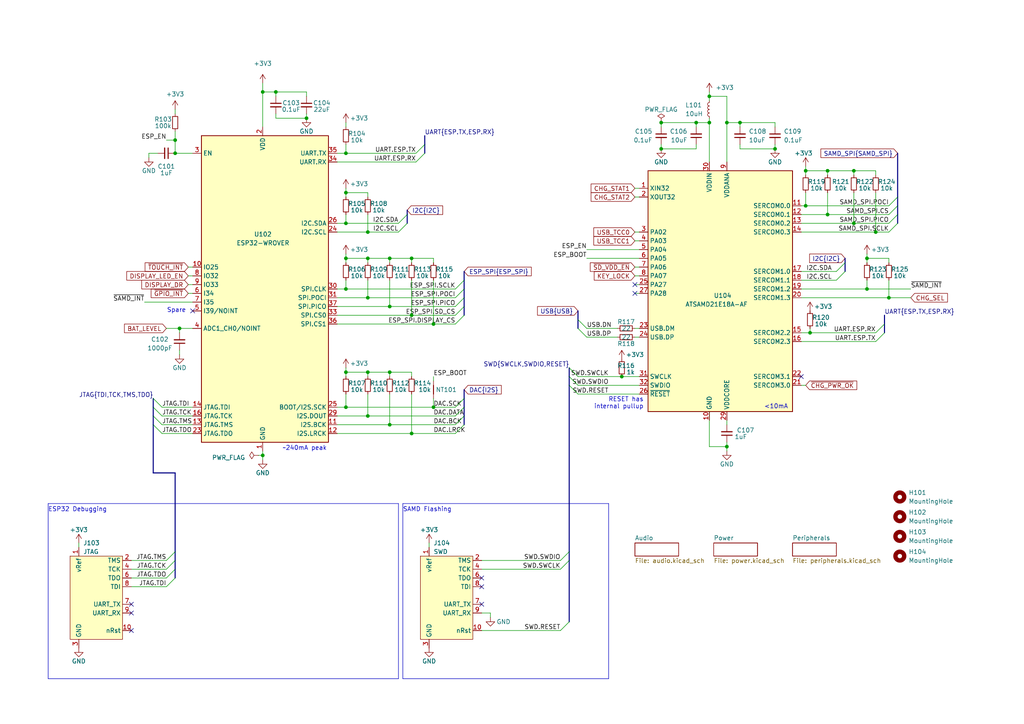
<source format=kicad_sch>
(kicad_sch (version 20230121) (generator eeschema)
  (paper "A4")
  (title_block (date "2022-09-04") (rev "1"))
  (lib_symbols
    (symbol "Device:C_Small" (pin_numbers hide) (pin_names (offset 0.254) hide)
      (property "Reference" "C" (at 0.254 1.778 0))
      (property "Value" "C_Small" (at 0.254 -2.032 0))
      (symbol "C_Small_0_1"
        (polyline (pts (xy -1.524 -0.508) (xy 1.524 -0.508)) (stroke (width 0.3302)))
        (polyline (pts (xy -1.524 0.508) (xy 1.524 0.508)) (stroke (width 0.3048)))
      )
      (symbol "C_Small_1_1"
        (pin passive line (at 0 2.54 270) (length 2.032) (name "~") (number "1"))
        (pin passive line (at 0 -2.54 90) (length 2.032) (name "~") (number "2"))
      )
    )
    (symbol "Device:L_Small" (pin_numbers hide) (pin_names (offset 0.254) hide)
      (property "Reference" "L" (at 0.762 1.016 0))
      (property "Value" "L_Small" (at 0.762 -1.016 0))
      (symbol "L_Small_0_1"
        (arc (start 0 -2.032) (mid 0.5058 -1.524) (end 0 -1.016))
        (arc (start 0 -1.016) (mid 0.5058 -0.508) (end 0 0))
        (arc (start 0 0) (mid 0.5058 0.508) (end 0 1.016))
        (arc (start 0 1.016) (mid 0.5058 1.524) (end 0 2.032))
      )
      (symbol "L_Small_1_1"
        (pin passive line (at 0 2.54 270) (length 0.508) (name "~") (number "1"))
        (pin passive line (at 0 -2.54 90) (length 0.508) (name "~") (number "2"))
      )
    )
    (symbol "Device:NetTie_2" (pin_numbers hide) (pin_names (offset 0) hide)
      (property "Reference" "NT" (at 0 1.27 0))
      (property "Value" "NetTie_2" (at 0 -1.27 0))
      (symbol "NetTie_2_0_1"
        (polyline (pts (xy -1.27 0) (xy 1.27 0)) (stroke (width 0.254)))
      )
      (symbol "NetTie_2_1_1"
        (pin passive line (at -2.54 0 0) (length 2.54) (name "1") (number "1"))
        (pin passive line (at 2.54 0 180) (length 2.54) (name "2") (number "2"))
      )
    )
    (symbol "Device:R_Small" (pin_numbers hide) (pin_names (offset 0.254) hide)
      (property "Reference" "R" (at 0.762 0.508 0))
      (property "Value" "R_Small" (at 0.762 -1.016 0))
      (symbol "R_Small_0_1"
        (rectangle (start -0.762 1.778) (end 0.762 -1.778) (stroke (width 0.2032)))
      )
      (symbol "R_Small_1_1"
        (pin passive line (at 0 2.54 270) (length 0.762) (name "~") (number "1"))
        (pin passive line (at 0 -2.54 90) (length 0.762) (name "~") (number "2"))
      )
    )
    (symbol "Mechanical:MountingHole" (pin_names (offset 1.016))
      (property "Reference" "H" (at 0 5.08 0))
      (property "Value" "MountingHole" (at 0 3.175 0))
      (symbol "MountingHole_0_1"
        (circle (center 0 0) (radius 1.27) (stroke (width 1.27)))
      )
    )
    (symbol "power:+3V3" (power) (pin_names (offset 0))
      (property "Value" "+3V3" (at 0 3.556 0))
      (symbol "+3V3_0_1"
        (polyline (pts (xy -0.762 1.27) (xy 0 2.54)))
        (polyline (pts (xy 0 0) (xy 0 2.54)))
        (polyline (pts (xy 0 2.54) (xy 0.762 1.27)))
      )
      (symbol "+3V3_1_1"
        (pin power_in line (at 0 0 90) (length 0) hide (name "+3V3") (number "1"))
      )
    )
    (symbol "power:GND" (power) (pin_names (offset 0))
      (property "Value" "GND" (at 0 -3.81 0))
      (symbol "GND_0_1"
        (polyline (pts (xy 0 0) (xy 0 -1.27) (xy 1.27 -1.27) (xy 0 -2.54) (xy -1.27 -1.27) (xy 0 -1.27)))
      )
      (symbol "GND_1_1"
        (pin power_in line (at 0 0 270) (length 0) hide (name "GND") (number "1"))
      )
    )
    (symbol "power:PWR_FLAG" (power) (pin_numbers hide) (pin_names (offset 0) hide)
      (property "Value" "PWR_FLAG" (at 0 3.81 0))
      (symbol "PWR_FLAG_0_0"
        (pin power_out line (at 0 0 90) (length 0) (name "pwr") (number "1"))
      )
      (symbol "PWR_FLAG_0_1"
        (polyline (pts (xy 0 0) (xy 0 1.27) (xy -1.016 1.905) (xy 0 2.54) (xy 1.016 1.905) (xy 0 1.27)))
      )
    )
    (symbol "symbols:ATSAMD21E15A-A"
      (property "Reference" "U" (at 0 15.24 0))
      (property "Value" "ATSAMD21E15A-A" (at 0 10.16 0))
      (symbol "ATSAMD21E15A-A_1_1"
        (rectangle (start -20.32 45.72) (end 21.59 -24.13) (stroke (width 0.254)) (fill (type background)))
        (pin bidirectional line (at -22.86 40.64 0) (length 2.54) (name "XIN32") (number "1"))
        (pin power_in line (at -2.54 -26.67 90) (length 2.54) (name "GND") (number "10"))
        (pin bidirectional line (at 24.13 35.56 180) (length 2.54) (name "SERCOM0.0") (number "11"))
        (pin bidirectional line (at 24.13 33.02 180) (length 2.54) (name "SERCOM0.1") (number "12"))
        (pin bidirectional line (at 24.13 30.48 180) (length 2.54) (name "SERCOM0.2") (number "13"))
        (pin bidirectional line (at 24.13 27.94 180) (length 2.54) (name "SERCOM0.3") (number "14"))
        (pin bidirectional line (at 24.13 -1.27 180) (length 2.54) (name "SERCOM2.2") (number "15"))
        (pin bidirectional line (at 24.13 -3.81 180) (length 2.54) (name "SERCOM2.3") (number "16"))
        (pin bidirectional line (at 24.13 16.51 180) (length 2.54) (name "SERCOM1.0") (number "17"))
        (pin bidirectional line (at 24.13 13.97 180) (length 2.54) (name "SERCOM1.1") (number "18"))
        (pin bidirectional line (at 24.13 11.43 180) (length 2.54) (name "SERCOM1.2") (number "19"))
        (pin bidirectional line (at -22.86 38.1 0) (length 2.54) (name "XOUT32") (number "2"))
        (pin bidirectional line (at 24.13 8.89 180) (length 2.54) (name "SERCOM1.3") (number "20"))
        (pin bidirectional line (at 24.13 -16.51 180) (length 2.54) (name "SERCOM3.0") (number "21"))
        (pin bidirectional line (at 24.13 -13.97 180) (length 2.54) (name "SERCOM3.1") (number "22"))
        (pin bidirectional line (at -22.86 0 0) (length 2.54) (name "USB.DM") (number "23"))
        (pin bidirectional line (at -22.86 -2.54 0) (length 2.54) (name "USB.DP") (number "24"))
        (pin bidirectional line (at -22.86 12.7 0) (length 2.54) (name "PA27") (number "25"))
        (pin input line (at -22.86 -19.05 0) (length 2.54) (name "~{RESET}") (number "26"))
        (pin bidirectional line (at -22.86 10.16 0) (length 2.54) (name "PA28") (number "27"))
        (pin power_in line (at -2.54 -26.67 90) (length 2.54) hide (name "GND") (number "28"))
        (pin power_out line (at 2.54 -26.67 90) (length 2.54) (name "VDDCORE") (number "29"))
        (pin bidirectional line (at -22.86 27.94 0) (length 2.54) (name "PA02") (number "3"))
        (pin power_in line (at -2.54 48.26 270) (length 2.54) (name "VDDIN") (number "30"))
        (pin bidirectional line (at -22.86 -13.97 0) (length 2.54) (name "SWCLK") (number "31"))
        (pin bidirectional line (at -22.86 -16.51 0) (length 2.54) (name "SWDIO") (number "32"))
        (pin bidirectional line (at -22.86 25.4 0) (length 2.54) (name "PA03") (number "4"))
        (pin bidirectional line (at -22.86 22.86 0) (length 2.54) (name "PA04") (number "5"))
        (pin bidirectional line (at -22.86 20.32 0) (length 2.54) (name "PA05") (number "6"))
        (pin bidirectional line (at -22.86 17.78 0) (length 2.54) (name "PA06") (number "7"))
        (pin bidirectional line (at -22.86 15.24 0) (length 2.54) (name "PA07") (number "8"))
        (pin power_in line (at 2.54 48.26 270) (length 2.54) (name "VDDANA") (number "9"))
      )
    )
    (symbol "symbols:BMDU"
      (property "Reference" "U" (at -5.08 6.35 0))
      (property "Value" "BMDU" (at -5.08 6.35 0))
      (symbol "BMDU_0_0"
        (pin power_in line (at -5.08 20.32 270) (length 2.54) (name "vRef") (number "1"))
        (pin output line (at 10.16 -3.81 180) (length 2.54) (name "nRst") (number "10"))
        (pin output line (at 10.16 16.51 180) (length 2.54) (name "TMS") (number "2"))
        (pin power_in line (at -5.08 -8.89 90) (length 2.54) (name "GND") (number "3"))
        (pin output line (at 10.16 13.97 180) (length 2.54) (name "TCK") (number "4"))
        (pin power_in line (at -5.08 -8.89 90) (length 2.54) hide (name "GND") (number "5"))
        (pin output line (at 10.16 11.43 180) (length 2.54) (name "TDO") (number "6"))
        (pin output line (at 10.16 3.81 180) (length 2.54) (name "UART_TX") (number "7"))
        (pin input line (at 10.16 8.89 180) (length 2.54) (name "TDI") (number "8"))
        (pin input line (at 10.16 1.27 180) (length 2.54) (name "UART_RX") (number "9"))
      )
      (symbol "BMDU_0_1"
        (rectangle (start -7.62 17.78) (end 7.62 -6.35) (fill (type background)))
      )
    )
    (symbol "symbols:ESP32-WROOM"
      (property "Reference" "U" (at -17.78 34.29 0))
      (property "Value" "ESP32-WROOM" (at -3.81 34.29 0))
      (symbol "ESP32-WROOM_0_1"
        (rectangle (start -17.78 33.02) (end 19.05 -55.88) (stroke (width 0.254)) (fill (type background)))
      )
      (symbol "ESP32-WROOM_1_1"
        (pin power_in line (at 0 -58.42 90) (length 2.54) (name "GND") (number "1"))
        (pin bidirectional line (at -20.32 -5.08 0) (length 2.54) (name "IO25") (number "10"))
        (pin bidirectional line (at 21.59 -50.8 180) (length 2.54) (name "I2S.BCK") (number "11"))
        (pin bidirectional line (at 21.59 -53.34 180) (length 2.54) (name "I2S.LRCK") (number "12"))
        (pin bidirectional line (at -20.32 -50.8 0) (length 2.54) (name "JTAG.TMS") (number "13"))
        (pin bidirectional line (at -20.32 -45.72 0) (length 2.54) (name "JTAG.TDI") (number "14"))
        (pin power_in line (at 0 -58.42 90) (length 2.54) hide (name "GND") (number "15"))
        (pin bidirectional line (at -20.32 -48.26 0) (length 2.54) (name "JTAG.TCK") (number "16"))
        (pin no_connect line (at -17.78 16.51 0) (length 2.54) hide (name "SHD/SD2") (number "17"))
        (pin no_connect line (at -17.78 13.97 0) (length 2.54) hide (name "SWP/SD3") (number "18"))
        (pin no_connect line (at -17.78 8.89 0) (length 2.54) hide (name "SCS/CMD") (number "19"))
        (pin power_in line (at 0 35.56 270) (length 2.54) (name "VDD") (number "2"))
        (pin no_connect line (at -17.78 11.43 0) (length 2.54) hide (name "SCK/CLK") (number "20"))
        (pin no_connect line (at -17.78 21.59 0) (length 2.54) hide (name "SDO/SD0") (number "21"))
        (pin no_connect line (at -17.78 19.05 0) (length 2.54) hide (name "SDI/SD1") (number "22"))
        (pin bidirectional line (at -20.32 -53.34 0) (length 2.54) (name "JTAG.TDO") (number "23"))
        (pin bidirectional line (at 21.59 5.08 180) (length 2.54) (name "I2C.SCL") (number "24"))
        (pin bidirectional line (at 21.59 -45.72 180) (length 2.54) (name "BOOT/I2S.SCK") (number "25"))
        (pin bidirectional line (at 21.59 7.62 180) (length 2.54) (name "I2C.SDA") (number "26"))
        (pin no_connect line (at -17.78 6.35 0) (length 2.54) hide (name "IO16") (number "27"))
        (pin no_connect line (at -17.78 3.81 0) (length 2.54) hide (name "IO17") (number "28"))
        (pin bidirectional line (at 21.59 -48.26 180) (length 2.54) (name "I2S.DOUT") (number "29"))
        (pin input line (at -20.32 27.94 0) (length 2.54) (name "EN") (number "3"))
        (pin bidirectional line (at 21.59 -11.43 180) (length 2.54) (name "SPI.CLK") (number "30"))
        (pin bidirectional line (at 21.59 -13.97 180) (length 2.54) (name "SPI.POCI") (number "31"))
        (pin no_connect line (at -17.78 1.27 0) (length 2.54) hide (name "NC") (number "32"))
        (pin bidirectional line (at 21.59 -19.05 180) (length 2.54) (name "SPI.CS0") (number "33"))
        (pin bidirectional line (at 21.59 25.4 180) (length 2.54) (name "UART.RX") (number "34"))
        (pin bidirectional line (at 21.59 27.94 180) (length 2.54) (name "UART.TX") (number "35"))
        (pin bidirectional line (at 21.59 -21.59 180) (length 2.54) (name "SPI.CS1") (number "36"))
        (pin bidirectional line (at 21.59 -16.51 180) (length 2.54) (name "SPI.PICO") (number "37"))
        (pin power_in line (at 0 -58.42 90) (length 2.54) hide (name "GND") (number "38"))
        (pin power_in line (at 0 -58.42 90) (length 2.54) hide (name "GND") (number "39"))
        (pin input line (at -20.32 -22.86 0) (length 2.54) (name "ADC1_CH0/NOINT") (number "4"))
        (pin input line (at -20.32 -17.78 0) (length 2.54) (name "I39/NOINT") (number "5"))
        (pin input line (at -20.32 -12.7 0) (length 2.54) (name "I34") (number "6"))
        (pin input line (at -20.32 -15.24 0) (length 2.54) (name "I35") (number "7"))
        (pin bidirectional line (at -20.32 -7.62 0) (length 2.54) (name "IO32") (number "8"))
        (pin bidirectional line (at -20.32 -10.16 0) (length 2.54) (name "IO33") (number "9"))
      )
    )
  )
  (bus_alias "ESP_SPI" (members "SCLK" "POCI" "PICO" "SD_CS" "DISPLAY_CS"))
  (bus_alias "SAMD_SPI" (members "SCLK" "POCI" "PICO" "CS"))
  (bus_alias "USB" (members "DN" "DP"))
  (bus_alias "I2S" (members "SCK" "BCK" "LRCK" "DATA"))
  (bus_alias "I2C" (members "SDA" "SCL"))
  (junction (at 125.73 118.11))
  (junction (at 247.65 64.77))
  (junction (at 113.03 123.19))
  (junction (at 88.9 34.29))
  (junction (at 100.33 107.95))
  (junction (at 119.38 91.44))
  (junction (at 251.46 83.82))
  (junction (at 233.68 59.69))
  (junction (at 247.65 49.53))
  (junction (at 254 67.31))
  (junction (at 191.77 35.56))
  (junction (at 100.33 44.45))
  (junction (at 100.33 55.88))
  (junction (at 205.74 27.94))
  (junction (at 106.68 107.95))
  (junction (at 233.68 49.53))
  (junction (at 119.38 74.93))
  (junction (at 113.03 88.9))
  (junction (at 125.73 93.98))
  (junction (at 113.03 107.95))
  (junction (at 210.82 35.56))
  (junction (at 113.03 74.93))
  (junction (at 100.33 64.77))
  (junction (at 224.79 43.18))
  (junction (at 100.33 74.93))
  (junction (at 106.68 67.31))
  (junction (at 52.07 95.25))
  (junction (at 180.34 109.22))
  (junction (at 240.03 62.23))
  (junction (at 201.93 35.56))
  (junction (at 80.01 26.67))
  (junction (at 100.33 83.82))
  (junction (at 50.8 40.64))
  (junction (at 50.8 44.45))
  (junction (at 214.63 35.56))
  (junction (at 106.68 74.93))
  (junction (at 205.74 35.56))
  (junction (at 251.46 74.93))
  (junction (at 106.68 86.36))
  (junction (at 240.03 49.53))
  (junction (at 191.77 43.18))
  (junction (at 234.95 96.52))
  (junction (at 76.2 26.67))
  (junction (at 257.81 86.36))
  (junction (at 100.33 118.11))
  (junction (at 106.68 120.65))
  (junction (at 119.38 125.73))
  (junction (at 76.2 132.08))
  (junction (at 210.82 129.54))
  (no_connect (at 184.15 82.55))
  (no_connect (at 184.15 85.09))
  (no_connect (at 55.88 90.17))
  (no_connect (at 139.7 170.18))
  (no_connect (at 38.1 182.88))
  (no_connect (at 139.7 167.64))
  (no_connect (at 232.41 109.22))
  (no_connect (at 139.7 175.26))
  (no_connect (at 38.1 175.26))
  (no_connect (at 38.1 177.8))
  (bus_entry (at 134.62 115.57) (size -2.54 2.54))
  (bus_entry (at 165.1 106.68) (size 2.54 2.54))
  (bus_entry (at 165.1 109.22) (size 2.54 2.54))
  (bus_entry (at 165.1 111.76) (size 2.54 2.54))
  (bus_entry (at 44.45 123.19) (size 2.54 2.54))
  (bus_entry (at 44.45 115.57) (size 2.54 2.54))
  (bus_entry (at 44.45 118.11) (size 2.54 2.54))
  (bus_entry (at 44.45 120.65) (size 2.54 2.54))
  (bus_entry (at 257.81 64.77) (size 2.54 -2.54))
  (bus_entry (at 257.81 62.23) (size 2.54 -2.54))
  (bus_entry (at 257.81 59.69) (size 2.54 -2.54))
  (bus_entry (at 162.56 162.56) (size 2.54 -2.54))
  (bus_entry (at 132.08 86.36) (size 2.54 -2.54))
  (bus_entry (at 132.08 83.82) (size 2.54 -2.54))
  (bus_entry (at 132.08 88.9) (size 2.54 -2.54))
  (bus_entry (at 132.08 93.98) (size 2.54 -2.54))
  (bus_entry (at 132.08 91.44) (size 2.54 -2.54))
  (bus_entry (at 120.65 46.99) (size 2.54 -2.54))
  (bus_entry (at 120.65 44.45) (size 2.54 -2.54))
  (bus_entry (at 48.26 165.1) (size 2.54 -2.54))
  (bus_entry (at 48.26 167.64) (size 2.54 -2.54))
  (bus_entry (at 48.26 162.56) (size 2.54 -2.54))
  (bus_entry (at 48.26 170.18) (size 2.54 -2.54))
  (bus_entry (at 162.56 182.88) (size 2.54 -2.54))
  (bus_entry (at 242.57 78.74) (size 2.54 -2.54))
  (bus_entry (at 257.81 67.31) (size 2.54 -2.54))
  (bus_entry (at 132.08 120.65) (size 2.54 -2.54))
  (bus_entry (at 132.08 125.73) (size 2.54 -2.54))
  (bus_entry (at 132.08 123.19) (size 2.54 -2.54))
  (bus_entry (at 242.57 81.28) (size 2.54 -2.54))
  (bus_entry (at 115.57 64.77) (size 2.54 -2.54))
  (bus_entry (at 115.57 67.31) (size 2.54 -2.54))
  (bus_entry (at 254 96.52) (size 2.54 -2.54))
  (bus_entry (at 254 99.06) (size 2.54 -2.54))
  (bus_entry (at 162.56 165.1) (size 2.54 -2.54))
  (bus_entry (at 167.64 95.25) (size 2.54 2.54))
  (bus_entry (at 167.64 92.71) (size 2.54 2.54))
  (bus (pts (xy 44.45 115.57) (xy 44.45 118.11)))
  (wire (pts (xy 257.81 81.28) (xy 257.81 86.36)))
  (wire (pts (xy 205.74 119.38) (xy 205.74 129.54)))
  (wire (pts (xy 97.79 120.65) (xy 106.68 120.65)))
  (wire (pts (xy 205.74 129.54) (xy 210.82 129.54)))
  (wire (pts (xy 232.41 81.28) (xy 242.57 81.28)))
  (bus (pts (xy 260.35 62.23) (xy 260.35 64.77)))
  (wire (pts (xy 106.68 81.28) (xy 106.68 86.36)))
  (wire (pts (xy 97.79 125.73) (xy 119.38 125.73)))
  (wire (pts (xy 251.46 74.93) (xy 257.81 74.93)))
  (wire (pts (xy 257.81 62.23) (xy 240.03 62.23)))
  (wire (pts (xy 214.63 43.18) (xy 214.63 41.91)))
  (wire (pts (xy 125.73 109.22) (xy 125.73 110.49)))
  (wire (pts (xy 100.33 106.68) (xy 100.33 107.95)))
  (wire (pts (xy 97.79 123.19) (xy 113.03 123.19)))
  (wire (pts (xy 125.73 93.98) (xy 132.08 93.98)))
  (bus (pts (xy 134.62 115.57) (xy 134.62 118.11)))
  (wire (pts (xy 106.68 86.36) (xy 132.08 86.36)))
  (wire (pts (xy 184.15 85.09) (xy 185.42 85.09)))
  (wire (pts (xy 100.33 107.95) (xy 106.68 107.95)))
  (wire (pts (xy 48.26 95.25) (xy 52.07 95.25)))
  (wire (pts (xy 247.65 49.53) (xy 254 49.53)))
  (wire (pts (xy 125.73 74.93) (xy 125.73 76.2)))
  (wire (pts (xy 180.34 109.22) (xy 185.42 109.22)))
  (wire (pts (xy 106.68 74.93) (xy 113.03 74.93)))
  (wire (pts (xy 54.61 82.55) (xy 55.88 82.55)))
  (polyline (pts (xy 176.53 146.05) (xy 176.53 196.85)))
  (bus (pts (xy 50.8 160.02) (xy 50.8 162.56)))
  (wire (pts (xy 234.95 95.25) (xy 234.95 96.52)))
  (wire (pts (xy 224.79 35.56) (xy 224.79 36.83)))
  (wire (pts (xy 139.7 165.1) (xy 162.56 165.1)))
  (wire (pts (xy 100.33 83.82) (xy 132.08 83.82)))
  (wire (pts (xy 74.93 132.08) (xy 76.2 132.08)))
  (wire (pts (xy 167.64 109.22) (xy 180.34 109.22)))
  (wire (pts (xy 76.2 26.67) (xy 80.01 26.67)))
  (wire (pts (xy 52.07 96.52) (xy 52.07 95.25)))
  (bus (pts (xy 167.64 90.17) (xy 167.64 92.71)))
  (wire (pts (xy 50.8 33.02) (xy 50.8 31.75)))
  (wire (pts (xy 124.46 157.48) (xy 124.46 158.75)))
  (bus (pts (xy 134.62 118.11) (xy 134.62 120.65)))
  (bus (pts (xy 165.1 106.68) (xy 165.1 109.22)))
  (bus (pts (xy 123.19 41.91) (xy 123.19 44.45)))
  (wire (pts (xy 232.41 86.36) (xy 257.81 86.36)))
  (wire (pts (xy 201.93 35.56) (xy 191.77 35.56)))
  (wire (pts (xy 184.15 67.31) (xy 185.42 67.31)))
  (wire (pts (xy 97.79 83.82) (xy 100.33 83.82)))
  (wire (pts (xy 43.18 44.45) (xy 43.18 45.72)))
  (wire (pts (xy 184.15 57.15) (xy 185.42 57.15)))
  (wire (pts (xy 125.73 115.57) (xy 125.73 118.11)))
  (wire (pts (xy 113.03 123.19) (xy 132.08 123.19)))
  (wire (pts (xy 251.46 74.93) (xy 251.46 76.2)))
  (polyline (pts (xy 116.84 146.05) (xy 176.53 146.05)))
  (wire (pts (xy 48.26 40.64) (xy 50.8 40.64)))
  (wire (pts (xy 113.03 107.95) (xy 113.03 109.22)))
  (wire (pts (xy 76.2 26.67) (xy 76.2 36.83)))
  (wire (pts (xy 119.38 81.28) (xy 119.38 91.44)))
  (wire (pts (xy 184.15 54.61) (xy 185.42 54.61)))
  (wire (pts (xy 142.24 179.07) (xy 142.24 177.8)))
  (wire (pts (xy 100.33 114.3) (xy 100.33 118.11)))
  (wire (pts (xy 247.65 55.88) (xy 247.65 64.77)))
  (wire (pts (xy 240.03 50.8) (xy 240.03 49.53)))
  (wire (pts (xy 184.15 77.47) (xy 185.42 77.47)))
  (wire (pts (xy 184.15 97.79) (xy 185.42 97.79)))
  (wire (pts (xy 184.15 80.01) (xy 185.42 80.01)))
  (wire (pts (xy 210.82 35.56) (xy 210.82 46.99)))
  (wire (pts (xy 257.81 86.36) (xy 264.16 86.36)))
  (wire (pts (xy 100.33 107.95) (xy 100.33 109.22)))
  (wire (pts (xy 46.99 120.65) (xy 55.88 120.65)))
  (wire (pts (xy 232.41 83.82) (xy 251.46 83.82)))
  (bus (pts (xy 245.11 76.2) (xy 245.11 78.74)))
  (wire (pts (xy 233.68 55.88) (xy 233.68 59.69)))
  (wire (pts (xy 232.41 78.74) (xy 242.57 78.74)))
  (wire (pts (xy 257.81 59.69) (xy 233.68 59.69)))
  (wire (pts (xy 113.03 114.3) (xy 113.03 123.19)))
  (wire (pts (xy 22.86 157.48) (xy 22.86 158.75)))
  (wire (pts (xy 80.01 26.67) (xy 88.9 26.67)))
  (wire (pts (xy 139.7 182.88) (xy 162.56 182.88)))
  (wire (pts (xy 76.2 24.13) (xy 76.2 26.67)))
  (wire (pts (xy 106.68 107.95) (xy 113.03 107.95)))
  (bus (pts (xy 165.1 109.22) (xy 165.1 111.76)))
  (bus (pts (xy 165.1 162.56) (xy 165.1 180.34)))
  (wire (pts (xy 46.99 118.11) (xy 55.88 118.11)))
  (wire (pts (xy 113.03 74.93) (xy 119.38 74.93)))
  (polyline (pts (xy 13.97 196.85) (xy 13.97 146.05)))
  (wire (pts (xy 170.18 97.79) (xy 179.07 97.79)))
  (wire (pts (xy 46.99 123.19) (xy 55.88 123.19)))
  (wire (pts (xy 201.93 35.56) (xy 201.93 36.83)))
  (wire (pts (xy 80.01 33.02) (xy 80.01 34.29)))
  (wire (pts (xy 247.65 64.77) (xy 257.81 64.77)))
  (wire (pts (xy 80.01 34.29) (xy 88.9 34.29)))
  (wire (pts (xy 184.15 82.55) (xy 185.42 82.55)))
  (wire (pts (xy 119.38 107.95) (xy 119.38 109.22)))
  (wire (pts (xy 247.65 50.8) (xy 247.65 49.53)))
  (wire (pts (xy 88.9 26.67) (xy 88.9 27.94)))
  (wire (pts (xy 191.77 35.56) (xy 191.77 36.83)))
  (wire (pts (xy 113.03 74.93) (xy 113.03 76.2)))
  (bus (pts (xy 134.62 88.9) (xy 134.62 86.36)))
  (wire (pts (xy 97.79 67.31) (xy 106.68 67.31)))
  (wire (pts (xy 119.38 125.73) (xy 132.08 125.73)))
  (wire (pts (xy 232.41 96.52) (xy 234.95 96.52)))
  (wire (pts (xy 100.33 62.23) (xy 100.33 64.77)))
  (wire (pts (xy 214.63 43.18) (xy 224.79 43.18)))
  (bus (pts (xy 134.62 120.65) (xy 134.62 123.19)))
  (wire (pts (xy 167.64 111.76) (xy 185.42 111.76)))
  (bus (pts (xy 165.1 111.76) (xy 165.1 160.02)))
  (wire (pts (xy 113.03 81.28) (xy 113.03 88.9)))
  (wire (pts (xy 50.8 40.64) (xy 50.8 38.1)))
  (wire (pts (xy 170.18 72.39) (xy 185.42 72.39)))
  (wire (pts (xy 38.1 165.1) (xy 48.26 165.1)))
  (bus (pts (xy 44.45 120.65) (xy 44.45 123.19)))
  (wire (pts (xy 46.99 125.73) (xy 55.88 125.73)))
  (wire (pts (xy 100.33 41.91) (xy 100.33 44.45)))
  (wire (pts (xy 106.68 120.65) (xy 132.08 120.65)))
  (wire (pts (xy 125.73 81.28) (xy 125.73 93.98)))
  (wire (pts (xy 254 55.88) (xy 254 67.31)))
  (wire (pts (xy 170.18 95.25) (xy 179.07 95.25)))
  (wire (pts (xy 254 49.53) (xy 254 50.8)))
  (wire (pts (xy 97.79 64.77) (xy 100.33 64.77)))
  (wire (pts (xy 210.82 27.94) (xy 210.82 35.56)))
  (wire (pts (xy 113.03 88.9) (xy 132.08 88.9)))
  (bus (pts (xy 167.64 92.71) (xy 167.64 95.25)))
  (wire (pts (xy 233.68 48.26) (xy 233.68 49.53)))
  (polyline (pts (xy 116.84 196.85) (xy 116.84 146.05)))
  (wire (pts (xy 167.64 114.3) (xy 185.42 114.3)))
  (wire (pts (xy 97.79 88.9) (xy 113.03 88.9)))
  (wire (pts (xy 38.1 167.64) (xy 48.26 167.64)))
  (wire (pts (xy 106.68 74.93) (xy 106.68 76.2)))
  (wire (pts (xy 210.82 128.27) (xy 210.82 129.54)))
  (wire (pts (xy 119.38 91.44) (xy 132.08 91.44)))
  (wire (pts (xy 38.1 170.18) (xy 48.26 170.18)))
  (wire (pts (xy 233.68 59.69) (xy 232.41 59.69)))
  (wire (pts (xy 119.38 74.93) (xy 125.73 74.93)))
  (bus (pts (xy 44.45 137.16) (xy 50.8 137.16)))
  (wire (pts (xy 232.41 62.23) (xy 240.03 62.23)))
  (wire (pts (xy 100.33 35.56) (xy 100.33 36.83)))
  (polyline (pts (xy 116.84 196.85) (xy 176.53 196.85)))
  (wire (pts (xy 139.7 162.56) (xy 162.56 162.56)))
  (wire (pts (xy 54.61 77.47) (xy 55.88 77.47)))
  (wire (pts (xy 100.33 74.93) (xy 100.33 76.2)))
  (wire (pts (xy 100.33 81.28) (xy 100.33 83.82)))
  (wire (pts (xy 232.41 67.31) (xy 254 67.31)))
  (wire (pts (xy 97.79 44.45) (xy 100.33 44.45)))
  (wire (pts (xy 100.33 64.77) (xy 115.57 64.77)))
  (wire (pts (xy 224.79 41.91) (xy 224.79 43.18)))
  (wire (pts (xy 205.74 27.94) (xy 210.82 27.94)))
  (wire (pts (xy 251.46 73.66) (xy 251.46 74.93)))
  (wire (pts (xy 240.03 55.88) (xy 240.03 62.23)))
  (wire (pts (xy 76.2 132.08) (xy 76.2 130.81)))
  (wire (pts (xy 205.74 26.67) (xy 205.74 27.94)))
  (wire (pts (xy 76.2 133.35) (xy 76.2 132.08)))
  (wire (pts (xy 38.1 162.56) (xy 48.26 162.56)))
  (wire (pts (xy 232.41 64.77) (xy 247.65 64.77)))
  (wire (pts (xy 232.41 99.06) (xy 254 99.06)))
  (bus (pts (xy 134.62 78.74) (xy 134.62 81.28)))
  (wire (pts (xy 184.15 95.25) (xy 185.42 95.25)))
  (wire (pts (xy 191.77 41.91) (xy 191.77 43.18)))
  (bus (pts (xy 134.62 91.44) (xy 134.62 88.9)))
  (bus (pts (xy 134.62 86.36) (xy 134.62 83.82)))
  (wire (pts (xy 240.03 49.53) (xy 247.65 49.53)))
  (bus (pts (xy 118.11 62.23) (xy 118.11 64.77)))
  (bus (pts (xy 123.19 39.37) (xy 123.19 41.91)))
  (wire (pts (xy 113.03 107.95) (xy 119.38 107.95)))
  (wire (pts (xy 233.68 50.8) (xy 233.68 49.53)))
  (wire (pts (xy 119.38 74.93) (xy 119.38 76.2)))
  (wire (pts (xy 100.33 44.45) (xy 120.65 44.45)))
  (wire (pts (xy 251.46 83.82) (xy 264.16 83.82)))
  (wire (pts (xy 100.33 57.15) (xy 100.33 55.88)))
  (wire (pts (xy 45.72 44.45) (xy 43.18 44.45)))
  (wire (pts (xy 170.18 74.93) (xy 185.42 74.93)))
  (polyline (pts (xy 13.97 146.05) (xy 115.57 146.05)))
  (bus (pts (xy 134.62 83.82) (xy 134.62 81.28)))
  (wire (pts (xy 106.68 62.23) (xy 106.68 67.31)))
  (wire (pts (xy 54.61 80.01) (xy 55.88 80.01)))
  (wire (pts (xy 205.74 35.56) (xy 205.74 46.99)))
  (wire (pts (xy 210.82 35.56) (xy 214.63 35.56)))
  (bus (pts (xy 256.54 93.98) (xy 256.54 96.52)))
  (bus (pts (xy 50.8 137.16) (xy 50.8 160.02)))
  (wire (pts (xy 97.79 93.98) (xy 125.73 93.98)))
  (bus (pts (xy 50.8 162.56) (xy 50.8 165.1)))
  (wire (pts (xy 106.68 114.3) (xy 106.68 120.65)))
  (wire (pts (xy 100.33 54.61) (xy 100.33 55.88)))
  (wire (pts (xy 214.63 35.56) (xy 224.79 35.56)))
  (wire (pts (xy 257.81 74.93) (xy 257.81 76.2)))
  (wire (pts (xy 100.33 55.88) (xy 106.68 55.88)))
  (wire (pts (xy 52.07 95.25) (xy 55.88 95.25)))
  (bus (pts (xy 118.11 60.96) (xy 118.11 62.23)))
  (wire (pts (xy 119.38 114.3) (xy 119.38 125.73)))
  (wire (pts (xy 205.74 27.94) (xy 205.74 29.21)))
  (bus (pts (xy 260.35 57.15) (xy 260.35 59.69)))
  (wire (pts (xy 201.93 43.18) (xy 201.93 41.91)))
  (bus (pts (xy 44.45 118.11) (xy 44.45 120.65)))
  (wire (pts (xy 106.68 67.31) (xy 115.57 67.31)))
  (wire (pts (xy 80.01 26.67) (xy 80.01 27.94)))
  (bus (pts (xy 134.62 113.03) (xy 134.62 115.57)))
  (wire (pts (xy 50.8 44.45) (xy 55.88 44.45)))
  (bus (pts (xy 260.35 59.69) (xy 260.35 62.23)))
  (bus (pts (xy 44.45 123.19) (xy 44.45 137.16)))
  (wire (pts (xy 125.73 118.11) (xy 132.08 118.11)))
  (wire (pts (xy 205.74 35.56) (xy 201.93 35.56)))
  (wire (pts (xy 210.82 123.19) (xy 210.82 121.92)))
  (wire (pts (xy 88.9 34.29) (xy 88.9 33.02)))
  (wire (pts (xy 251.46 81.28) (xy 251.46 83.82)))
  (wire (pts (xy 210.82 129.54) (xy 210.82 130.81)))
  (wire (pts (xy 97.79 46.99) (xy 120.65 46.99)))
  (wire (pts (xy 100.33 118.11) (xy 125.73 118.11)))
  (wire (pts (xy 100.33 74.93) (xy 106.68 74.93)))
  (wire (pts (xy 214.63 35.56) (xy 214.63 36.83)))
  (bus (pts (xy 245.11 74.93) (xy 245.11 76.2)))
  (wire (pts (xy 233.68 49.53) (xy 240.03 49.53)))
  (polyline (pts (xy 13.97 196.85) (xy 115.57 196.85)))
  (wire (pts (xy 97.79 91.44) (xy 119.38 91.44)))
  (wire (pts (xy 254 67.31) (xy 257.81 67.31)))
  (wire (pts (xy 106.68 107.95) (xy 106.68 109.22)))
  (wire (pts (xy 54.61 85.09) (xy 55.88 85.09)))
  (wire (pts (xy 201.93 43.18) (xy 191.77 43.18)))
  (wire (pts (xy 97.79 118.11) (xy 100.33 118.11)))
  (wire (pts (xy 52.07 102.87) (xy 52.07 101.6)))
  (polyline (pts (xy 115.57 146.05) (xy 115.57 196.85)))
  (wire (pts (xy 97.79 86.36) (xy 106.68 86.36)))
  (wire (pts (xy 142.24 177.8) (xy 139.7 177.8)))
  (bus (pts (xy 165.1 160.02) (xy 165.1 162.56)))
  (wire (pts (xy 41.91 87.63) (xy 55.88 87.63)))
  (wire (pts (xy 205.74 34.29) (xy 205.74 35.56)))
  (wire (pts (xy 184.15 69.85) (xy 185.42 69.85)))
  (bus (pts (xy 260.35 44.45) (xy 260.35 57.15)))
  (wire (pts (xy 234.95 96.52) (xy 254 96.52)))
  (wire (pts (xy 100.33 73.66) (xy 100.33 74.93)))
  (wire (pts (xy 233.68 111.76) (xy 232.41 111.76)))
  (bus (pts (xy 50.8 165.1) (xy 50.8 167.64)))
  (wire (pts (xy 50.8 44.45) (xy 50.8 40.64)))
  (wire (pts (xy 106.68 55.88) (xy 106.68 57.15)))
  (bus (pts (xy 256.54 91.44) (xy 256.54 93.98)))
  (text "<10mA" (at 221.615 118.745 0) (effects (font (size 1.27 1.27)) (justify left bottom)))
  (text "~240mA peak" (at 81.915 130.81 0) (effects (font (size 1.27 1.27)) (justify left bottom)))
  (text "Spare" (at 53.975 90.805 0) (effects (font (size 1.27 1.27)) (justify right bottom)))
  (text "RESET has\ninternal pullup" (at 186.69 118.745 0) (effects (font (size 1.27 1.27)) (justify right bottom)))
  (text "SAMD Flashing" (at 116.84 148.59 0) (effects (font (size 1.27 1.27)) (justify left bottom)))
  (text "ESP32 Debugging" (at 13.97 148.59 0) (effects (font (size 1.27 1.27)) (justify left bottom)))
  (label "~{SAMD_INT}" (at 264.16 83.82 0))
  (label "UART.ESP.TX" (at 120.65 44.45 180))
  (label "DAC.BCK" (at 125.73 123.19 0))
  (label "JTAG.TCK" (at 48.26 165.1 180))
  (label "UART{ESP.TX,ESP.RX}" (at 256.54 91.44 0))
  (label "ESP_BOOT" (at 170.18 74.93 180))
  (label "ESP_SPI.DISPLAY_CS" (at 132.08 93.98 180))
  (label "SAMD_SPI.SCLK" (at 257.81 67.31 180))
  (label "I2C.SCL" (at 241.3 81.28 180))
  (label "DAC.SCK" (at 125.73 118.11 0))
  (label "I2C.SDA" (at 115.57 64.77 180))
  (label "SWD.SWCLK" (at 176.53 109.22 180))
  (label "ESP_SPI.SCLK" (at 132.08 83.82 180))
  (label "JTAG.TDO" (at 48.26 167.64 180))
  (label "JTAG.TCK" (at 46.99 120.65 0))
  (label "SAMD_SPI.PICO" (at 257.81 64.77 180))
  (label "SWD.RESET" (at 176.53 114.3 180))
  (label "SWD{SWCLK,SWDIO,RESET}" (at 165.1 106.68 180))
  (label "SWD.SWDIO" (at 176.53 111.76 180))
  (label "SWD.RESET" (at 162.56 182.88 180))
  (label "JTAG.TDO" (at 46.99 125.73 0))
  (label "I2C.SCL" (at 115.57 67.31 180))
  (label "ESP_SPI.POCI" (at 132.08 86.36 180))
  (label "SAMD_SPI.CS" (at 257.81 62.23 180))
  (label "UART{ESP.TX,ESP.RX}" (at 123.19 39.37 0))
  (label "ESP_EN" (at 170.18 72.39 180))
  (label "~{SAMD_INT}" (at 41.91 87.63 180))
  (label "JTAG{TDI,TCK,TMS,TDO}" (at 44.45 115.57 180))
  (label "ESP_SPI.PICO" (at 132.08 88.9 180))
  (label "DAC.DATA" (at 125.73 120.65 0))
  (label "UART.ESP.RX" (at 120.65 46.99 180))
  (label "JTAG.TDI" (at 48.26 170.18 180))
  (label "UART.ESP.TX" (at 254 99.06 180))
  (label "SWD.SWCLK" (at 162.56 165.1 180))
  (label "SWD.SWDIO" (at 162.56 162.56 180))
  (label "UART.ESP.RX" (at 254 96.52 180))
  (label "SAMD_SPI.POCI" (at 257.81 59.69 180))
  (label "USB.DN" (at 170.18 95.25 0))
  (label "USB.DP" (at 170.18 97.79 0))
  (label "ESP_EN" (at 48.26 40.64 180))
  (label "JTAG.TDI" (at 46.99 118.11 0))
  (label "JTAG.TMS" (at 48.26 162.56 180))
  (label "I2C.SDA" (at 241.3 78.74 180))
  (label "ESP_BOOT" (at 125.73 109.22 0))
  (label "JTAG.TMS" (at 46.99 123.19 0))
  (label "DAC.LRCK" (at 125.73 125.73 0))
  (label "ESP_SPI.SD_CS" (at 132.08 91.44 180))
  (global_label "~{GPIO_INT}" (shape input) (at 54.61 85.09 180) (property "Intersheetrefs" "${INTERSHEET_REFS}" (effects hide)))
  (global_label "BAT_LEVEL" (shape input) (at 48.26 95.25 180) (property "Intersheetrefs" "${INTERSHEET_REFS}" (effects hide)))
  (global_label "SAMD_SPI{SAMD_SPI}" (shape input) (at 260.35 44.45 180) (property "Intersheetrefs" "${INTERSHEET_REFS}" (effects hide)))
  (global_label "USB{USB}" (shape input) (at 167.64 90.17 180) (property "Intersheetrefs" "${INTERSHEET_REFS}" (effects hide)))
  (global_label "DISPLAY_LED_EN" (shape input) (at 54.61 80.01 180) (property "Intersheetrefs" "${INTERSHEET_REFS}" (effects hide)))
  (global_label "~{SD_VDD_EN}" (shape input) (at 184.15 77.47 180) (property "Intersheetrefs" "${INTERSHEET_REFS}" (effects hide)))
  (global_label "USB_TCC1" (shape input) (at 184.15 69.85 180) (property "Intersheetrefs" "${INTERSHEET_REFS}" (effects hide)))
  (global_label "I2C{I2C}" (shape input) (at 118.11 60.96 0) (property "Intersheetrefs" "${INTERSHEET_REFS}" (effects hide)))
  (global_label "DISPLAY_DR" (shape input) (at 54.61 82.55 180) (property "Intersheetrefs" "${INTERSHEET_REFS}" (effects hide)))
  (global_label "DAC{I2S}" (shape input) (at 134.62 113.03 0) (property "Intersheetrefs" "${INTERSHEET_REFS}" (effects hide)))
  (global_label "I2C{I2C}" (shape input) (at 245.11 74.93 180) (property "Intersheetrefs" "${INTERSHEET_REFS}" (effects hide)))
  (global_label "~{TOUCH_INT}" (shape input) (at 54.61 77.47 180) (property "Intersheetrefs" "${INTERSHEET_REFS}" (effects hide)))
  (global_label "USB_TCC0" (shape input) (at 184.15 67.31 180) (property "Intersheetrefs" "${INTERSHEET_REFS}" (effects hide)))
  (global_label "KEY_LOCK" (shape input) (at 184.15 80.01 180) (property "Intersheetrefs" "${INTERSHEET_REFS}" (effects hide)))
  (global_label "ESP_SPI{ESP_SPI}" (shape input) (at 134.62 78.74 0) (property "Intersheetrefs" "${INTERSHEET_REFS}" (effects hide)))
  (global_label "~{CHG_PWR_OK}" (shape input) (at 233.68 111.76 0) (property "Intersheetrefs" "${INTERSHEET_REFS}" (effects hide)))
  (global_label "CHG_STAT1" (shape input) (at 184.15 54.61 180) (property "Intersheetrefs" "${INTERSHEET_REFS}" (effects hide)))
  (global_label "CHG_SEL" (shape input) (at 264.16 86.36 0) (property "Intersheetrefs" "${INTERSHEET_REFS}" (effects hide)))
  (global_label "CHG_STAT2" (shape input) (at 184.15 57.15 180) (property "Intersheetrefs" "${INTERSHEET_REFS}" (effects hide)))
  (symbol (lib_id "Device:R_Small") (at 100.33 59.69 0) (unit 1)
    (property "Reference" "R105" (at 103.505 59.055 0))
    (property "Value" "10k" (at 103.505 60.96 0))
    (property "Footprint" "Resistor_SMD:R_0603_1608Metric" (effects hide))
    (property "MPN" "AC0603JR-0710KL" (effects hide))
  )
  (symbol (lib_id "Device:NetTie_2") (at 125.73 113.03 90) (unit 1)
    (property "Reference" "NT101" (at 126.365 113.03 90) (effects (justify right)))
    (property "Value" "NetTie_2" (effects hide))
    (property "Footprint" "NetTie:NetTie-2_SMD_Pad0.5mm" (effects hide))
  )
  (symbol (lib_id "power:PWR_FLAG") (at 74.93 132.08 90) (unit 1)
    (property "Reference" "#FLG0102" (effects hide))
    (property "Value" "PWR_FLAG" (at 71.12 132.715 90) (effects (justify left)))
  )
  (symbol (lib_id "power:+3V3") (at 22.86 157.48 0) (unit 1)
    (property "Reference" "#PWR0101" (effects hide))
    (property "Value" "+3V3" (at 22.86 153.67 0))
  )
  (symbol (lib_id "Device:R_Small") (at 240.03 53.34 0) (unit 1)
    (property "Reference" "R121" (at 243.84 52.705 0))
    (property "Value" "10k" (at 243.84 54.61 0))
    (property "Footprint" "Resistor_SMD:R_0603_1608Metric" (effects hide))
    (property "MPN" "AC0603JR-0710KL" (effects hide))
  )
  (symbol (lib_id "Mechanical:MountingHole") (at 260.985 161.29 0) (unit 1) (in_bom no)
    (property "Reference" "H104" (at 263.525 160.0199 0) (effects (justify left)))
    (property "Value" "MountingHole" (at 263.525 162.5599 0) (effects (justify left)))
    (property "Footprint" "MountingHole:MountingHole_2.2mm_M2" (effects hide))
  )
  (symbol (lib_id "power:+3V3") (at 124.46 157.48 0) (unit 1)
    (property "Reference" "#PWR0115" (effects hide))
    (property "Value" "+3V3" (at 124.46 153.67 0))
  )
  (symbol (lib_id "Device:R_Small") (at 113.03 78.74 0) (unit 1)
    (property "Reference" "R111" (at 116.205 78.105 0))
    (property "Value" "10k" (at 116.205 80.01 0))
    (property "Footprint" "Resistor_SMD:R_0603_1608Metric" (effects hide))
    (property "MPN" "AC0603JR-0710KL" (effects hide))
  )
  (symbol (lib_id "symbols:ESP32-WROOM") (at 76.2 72.39 0) (unit 1)
    (property "Reference" "U102" (at 73.66 67.945 0) (effects (justify left)))
    (property "Value" "ESP32-WROVER" (at 68.58 70.485 0) (effects (justify left)))
    (property "Footprint" "footprints:ESP32-WROVER" (effects hide))
    (property "Datasheet" "https://www.espressif.com/sites/default/files/documentation/esp32-wroom-32d_esp32-wroom-32u_datasheet_en.pdf" (effects hide))
    (property "MPN" "ESP32-WROVER-IE-N16R8" (effects hide))
  )
  (symbol (lib_id "Device:C_Small") (at 88.9 30.48 0) (unit 1)
    (property "Reference" "C104" (at 93.345 29.845 0))
    (property "Value" "22uF" (at 93.345 31.75 0))
    (property "Footprint" "Capacitor_SMD:C_0805_2012Metric" (effects hide))
    (property "MPN" "EMK212BBJ226MG-T " (effects hide))
  )
  (symbol (lib_id "power:+3V3") (at 76.2 24.13 0) (unit 1)
    (property "Reference" "#PWR0108" (effects hide))
    (property "Value" "+3V3" (at 76.2 18.415 0))
  )
  (symbol (lib_id "power:GND") (at 210.82 130.81 0) (unit 1)
    (property "Reference" "#PWR0121" (effects hide))
    (property "Value" "GND" (at 210.82 134.62 0))
  )
  (symbol (lib_id "Device:R_Small") (at 106.68 111.76 0) (unit 1)
    (property "Reference" "R110" (at 109.855 111.125 0))
    (property "Value" "10k" (at 109.855 113.03 0))
    (property "Footprint" "Resistor_SMD:R_0603_1608Metric" (effects hide))
    (property "MPN" "AC0603JR-0710KL" (effects hide))
  )
  (symbol (lib_id "Device:C_Small") (at 48.26 44.45 270) (unit 1)
    (property "Reference" "C101" (at 48.26 48.26 90))
    (property "Value" "1uF" (at 48.26 50.165 90))
    (property "Footprint" "Capacitor_SMD:C_0805_2012Metric" (effects hide))
    (property "MPN" "EMK212BJ105KG-T" (effects hide))
  )
  (symbol (lib_id "power:GND") (at 22.86 187.96 0) (unit 1)
    (property "Reference" "#PWR0102" (effects hide))
    (property "Value" "GND" (at 22.86 191.77 0))
  )
  (symbol (lib_id "Device:R_Small") (at 181.61 95.25 90) (unit 1)
    (property "Reference" "R117" (at 181.61 93.345 90))
    (property "Value" "22" (at 181.61 95.25 90))
    (property "Footprint" "Capacitor_SMD:C_0603_1608Metric" (effects hide))
    (property "MPN" "RC0603JR-0722RL" (effects hide))
  )
  (symbol (lib_id "power:GND") (at 76.2 133.35 0) (unit 1)
    (property "Reference" "#PWR0109" (effects hide))
    (property "Value" "GND" (at 76.2 137.16 0))
  )
  (symbol (lib_id "power:+3V3") (at 234.95 90.17 0) (unit 1)
    (property "Reference" "#PWR0124" (effects hide))
    (property "Value" "+3V3" (at 238.76 88.9 0))
  )
  (symbol (lib_id "Device:R_Small") (at 106.68 78.74 0) (unit 1)
    (property "Reference" "R109" (at 109.855 78.105 0))
    (property "Value" "10k" (at 109.855 80.01 0))
    (property "Footprint" "Resistor_SMD:R_0603_1608Metric" (effects hide))
    (property "MPN" "AC0603JR-0710KL" (effects hide))
  )
  (symbol (lib_id "Device:C_Small") (at 201.93 39.37 0) (mirror x) (unit 1)
    (property "Reference" "C106" (at 199.39 38.1 0) (effects (justify right)))
    (property "Value" "10uF" (at 199.39 40.64 0) (effects (justify right)))
    (property "Footprint" "Capacitor_SMD:C_0805_2012Metric" (effects hide))
    (property "MPN" "EMK212ABJ106KG-T" (effects hide))
  )
  (symbol (lib_id "Device:C_Small") (at 224.79 39.37 0) (unit 1)
    (property "Reference" "C109" (at 227.33 38.1062 0) (effects (justify left)))
    (property "Value" "0.1uF" (at 227.33 40.6462 0) (effects (justify left)))
    (property "Footprint" "Capacitor_SMD:C_0805_2012Metric" (effects hide))
    (property "MPN" "0805YD104KAT2A" (effects hide))
  )
  (symbol (lib_id "power:GND") (at 191.77 43.18 0) (mirror y) (unit 1)
    (property "Reference" "#PWR0119" (effects hide))
    (property "Value" "GND" (at 191.77 46.99 0))
  )
  (symbol (lib_id "power:+3V3") (at 233.68 48.26 0) (mirror y) (unit 1)
    (property "Reference" "#PWR0123" (effects hide))
    (property "Value" "+3V3" (at 233.045 44.45 0))
  )
  (symbol (lib_id "power:GND") (at 52.07 102.87 0) (unit 1)
    (property "Reference" "#PWR0105" (effects hide))
    (property "Value" "GND" (at 52.07 106.68 0))
  )
  (symbol (lib_id "Device:C_Small") (at 191.77 39.37 0) (mirror y) (unit 1)
    (property "Reference" "C105" (at 189.23 38.1062 0) (effects (justify left)))
    (property "Value" "0.1uF" (at 189.23 40.6462 0) (effects (justify left)))
    (property "Footprint" "Capacitor_SMD:C_0805_2012Metric" (effects hide))
    (property "MPN" "0805YD104KAT2A" (effects hide))
  )
  (symbol (lib_id "power:+3V3") (at 251.46 73.66 0) (mirror y) (unit 1)
    (property "Reference" "#PWR0125" (effects hide))
    (property "Value" "+3V3" (at 255.27 72.39 0))
  )
  (symbol (lib_id "power:GND") (at 124.46 187.96 0) (unit 1)
    (property "Reference" "#PWR0116" (effects hide))
    (property "Value" "GND" (at 124.46 191.77 0))
  )
  (symbol (lib_id "power:+3V3") (at 100.33 73.66 0) (unit 1)
    (property "Reference" "#PWR0113" (effects hide))
    (property "Value" "+3V3" (at 104.14 72.39 0))
  )
  (symbol (lib_id "Device:C_Small") (at 80.01 30.48 0) (unit 1)
    (property "Reference" "C103" (at 84.455 29.845 0))
    (property "Value" "0.1uF" (at 84.455 31.75 0))
    (property "Footprint" "Capacitor_SMD:C_0805_2012Metric" (effects hide))
    (property "MPN" "0805YD104KAT2A" (effects hide))
  )
  (symbol (lib_id "Device:C_Small") (at 214.63 39.37 180) (unit 1)
    (property "Reference" "C108" (at 217.17 38.1 0) (effects (justify right)))
    (property "Value" "10uF" (at 217.17 40.64 0) (effects (justify right)))
    (property "Footprint" "Capacitor_SMD:C_0805_2012Metric" (effects hide))
    (property "MPN" "EMK212ABJ106KG-T" (effects hide))
  )
  (symbol (lib_id "power:+3V3") (at 100.33 54.61 0) (unit 1)
    (property "Reference" "#PWR0112" (effects hide))
    (property "Value" "+3V3" (at 104.14 53.34 0))
  )
  (symbol (lib_id "Device:R_Small") (at 125.73 78.74 0) (unit 1)
    (property "Reference" "R115" (at 128.905 78.105 0))
    (property "Value" "10k" (at 128.905 80.01 0))
    (property "Footprint" "Resistor_SMD:R_0603_1608Metric" (effects hide))
    (property "MPN" "AC0603JR-0710KL" (effects hide))
  )
  (symbol (lib_id "Device:R_Small") (at 119.38 111.76 0) (unit 1)
    (property "Reference" "R114" (at 122.555 111.125 0))
    (property "Value" "10k" (at 123.19 113.03 0))
    (property "Footprint" "Resistor_SMD:R_0603_1608Metric" (effects hide))
    (property "MPN" "AC0603JR-0710KL" (effects hide))
  )
  (symbol (lib_id "Device:R_Small") (at 247.65 53.34 0) (unit 1)
    (property "Reference" "R122" (at 250.825 52.705 0))
    (property "Value" "10k" (at 250.825 54.61 0))
    (property "Footprint" "Resistor_SMD:R_0603_1608Metric" (effects hide))
    (property "MPN" "AC0603JR-0710KL" (effects hide))
  )
  (symbol (lib_id "power:GND") (at 224.79 43.18 0) (unit 1)
    (property "Reference" "#PWR0122" (effects hide))
    (property "Value" "GND" (at 224.79 46.99 0))
  )
  (symbol (lib_id "Device:L_Small") (at 205.74 31.75 0) (mirror y) (unit 1)
    (property "Reference" "L101" (at 198.755 30.48 0) (effects (justify right)))
    (property "Value" "10uH" (at 198.755 33.02 0) (effects (justify right)))
    (property "Footprint" "Inductor_SMD:L_1008_2520Metric" (effects hide))
    (property "MPN" "74438323100 " (effects hide))
  )
  (symbol (lib_id "Device:R_Small") (at 106.68 59.69 0) (unit 1)
    (property "Reference" "R108" (at 109.855 59.055 0))
    (property "Value" "10k" (at 109.855 60.96 0))
    (property "Footprint" "Resistor_SMD:R_0603_1608Metric" (effects hide))
    (property "MPN" "AC0603JR-0710KL" (effects hide))
  )
  (symbol (lib_id "Device:R_Small") (at 119.38 78.74 0) (unit 1)
    (property "Reference" "R113" (at 122.555 78.105 0))
    (property "Value" "10k" (at 122.555 80.01 0))
    (property "Footprint" "Resistor_SMD:R_0603_1608Metric" (effects hide))
    (property "MPN" "AC0603JR-0710KL" (effects hide))
  )
  (symbol (lib_id "Device:R_Small") (at 254 53.34 0) (unit 1)
    (property "Reference" "R124" (at 257.175 52.705 0))
    (property "Value" "10k" (at 257.175 54.61 0))
    (property "Footprint" "Resistor_SMD:R_0603_1608Metric" (effects hide))
    (property "MPN" "AC0603JR-0710KL" (effects hide))
  )
  (symbol (lib_id "Device:R_Small") (at 50.8 35.56 180) (unit 1)
    (property "Reference" "R103" (at 47.3075 34.6075 0))
    (property "Value" "100k" (at 47.3075 36.5125 0))
    (property "Footprint" "Resistor_SMD:R_0603_1608Metric" (effects hide))
    (property "MPN" "RC0603JR-10100KL" (effects hide))
  )
  (symbol (lib_id "Device:R_Small") (at 100.33 111.76 0) (unit 1)
    (property "Reference" "R107" (at 103.505 111.125 0))
    (property "Value" "10k" (at 103.505 113.03 0))
    (property "Footprint" "Resistor_SMD:R_0603_1608Metric" (effects hide))
    (property "MPN" "AC0603JR-0710KL" (effects hide))
  )
  (symbol (lib_id "Mechanical:MountingHole") (at 260.985 144.145 0) (unit 1) (in_bom no)
    (property "Reference" "H101" (at 263.525 142.8749 0) (effects (justify left)))
    (property "Value" "MountingHole" (at 263.525 145.4149 0) (effects (justify left)))
    (property "Footprint" "MountingHole:MountingHole_2.2mm_M2" (effects hide))
  )
  (symbol (lib_id "Device:R_Small") (at 233.68 53.34 0) (unit 1)
    (property "Reference" "R119" (at 236.855 52.705 0))
    (property "Value" "10k" (at 236.855 54.61 0))
    (property "Footprint" "Resistor_SMD:R_0603_1608Metric" (effects hide))
    (property "MPN" "AC0603JR-0710KL" (effects hide))
  )
  (symbol (lib_id "Device:R_Small") (at 251.46 78.74 0) (unit 1)
    (property "Reference" "R123" (at 254.635 78.105 0))
    (property "Value" "10k" (at 254.635 80.01 0))
    (property "Footprint" "Resistor_SMD:R_0603_1608Metric" (effects hide))
    (property "MPN" "AC0603JR-0710KL" (effects hide))
  )
  (symbol (lib_id "power:+3V3") (at 100.33 106.68 0) (mirror y) (unit 1)
    (property "Reference" "#PWR0114" (effects hide))
    (property "Value" "+3V3" (at 104.14 105.41 0))
  )
  (symbol (lib_id "symbols:BMDU") (at 129.54 179.07 0) (unit 1)
    (property "Reference" "J104" (at 125.73 157.48 0) (effects (justify left)))
    (property "Value" "SWD" (at 125.73 160.02 0) (effects (justify left)))
    (property "Footprint" "Connector_PinHeader_1.27mm:PinHeader_2x05_P1.27mm_Vertical_SMD" (effects hide))
    (property "Datasheet" "SAM8796-ND" (effects hide))
    (property "MPN" "FTSH-105-01-F-DV-K" (effects hide))
  )
  (symbol (lib_id "Device:R_Small") (at 234.95 92.71 0) (unit 1)
    (property "Reference" "R120" (at 238.125 92.075 0))
    (property "Value" "10k" (at 238.125 93.98 0))
    (property "Footprint" "Resistor_SMD:R_0603_1608Metric" (effects hide))
    (property "MPN" "AC0603JR-0710KL" (effects hide))
  )
  (symbol (lib_id "symbols:BMDU") (at 27.94 179.07 0) (unit 1)
    (property "Reference" "J103" (at 24.13 157.48 0) (effects (justify left)))
    (property "Value" "JTAG" (at 24.13 160.02 0) (effects (justify left)))
    (property "Footprint" "Connector_PinHeader_1.27mm:PinHeader_2x05_P1.27mm_Vertical_SMD" (effects hide))
    (property "Datasheet" "SAM8796-ND" (effects hide))
    (property "MPN" "FTSH-105-01-F-DV-K" (effects hide))
  )
  (symbol (lib_id "Device:R_Small") (at 113.03 111.76 0) (unit 1)
    (property "Reference" "R112" (at 116.205 111.125 0))
    (property "Value" "10k" (at 116.205 113.03 0))
    (property "Footprint" "Resistor_SMD:R_0603_1608Metric" (effects hide))
    (property "MPN" "AC0603JR-0710KL" (effects hide))
  )
  (symbol (lib_id "power:GND") (at 88.9 34.29 0) (unit 1)
    (property "Reference" "#PWR0110" (effects hide))
    (property "Value" "GND" (at 88.9 38.1 0))
  )
  (symbol (lib_id "Device:C_Small") (at 52.07 99.06 180) (unit 1)
    (property "Reference" "C102" (at 46.355 98.425 0))
    (property "Value" "1000pF" (at 46.355 100.965 0))
    (property "Footprint" "Capacitor_SMD:C_0805_2012Metric" (effects hide))
    (property "MPN" "0805YD102KAT2A" (effects hide))
  )
  (symbol (lib_id "power:GND") (at 43.18 45.72 0) (unit 1)
    (property "Reference" "#PWR0103" (effects hide))
    (property "Value" "GND" (at 43.18 49.53 0))
  )
  (symbol (lib_id "Device:R_Small") (at 257.81 78.74 0) (unit 1)
    (property "Reference" "R125" (at 260.985 78.105 0))
    (property "Value" "10k" (at 260.985 80.01 0))
    (property "Footprint" "Resistor_SMD:R_0603_1608Metric" (effects hide))
    (property "MPN" "AC0603JR-0710KL" (effects hide))
  )
  (symbol (lib_id "Mechanical:MountingHole") (at 260.985 155.575 0) (unit 1) (in_bom no)
    (property "Reference" "H103" (at 263.525 154.3049 0) (effects (justify left)))
    (property "Value" "MountingHole" (at 263.525 156.8449 0) (effects (justify left)))
    (property "Footprint" "MountingHole:MountingHole_2.2mm_M2" (effects hide))
  )
  (symbol (lib_id "power:+3V3") (at 205.74 26.67 0) (mirror y) (unit 1)
    (property "Reference" "#PWR0120" (effects hide))
    (property "Value" "+3V3" (at 210.185 25.4 0))
  )
  (symbol (lib_id "Device:R_Small") (at 100.33 39.37 0) (unit 1)
    (property "Reference" "R104" (at 103.505 38.735 0))
    (property "Value" "10k" (at 103.505 40.64 0))
    (property "Footprint" "Resistor_SMD:R_0603_1608Metric" (effects hide))
    (property "MPN" "AC0603JR-0710KL" (effects hide))
  )
  (symbol (lib_id "power:PWR_FLAG") (at 191.77 35.56 0) (unit 1)
    (property "Reference" "#FLG0101" (effects hide))
    (property "Value" "PWR_FLAG" (at 191.77 31.75 0))
  )
  (symbol (lib_id "Device:R_Small") (at 180.34 106.68 0) (mirror y) (unit 1)
    (property "Reference" "R116" (at 184.15 106.045 0) (effects (justify left)))
    (property "Value" "1k" (at 184.15 107.95 0) (effects (justify left)))
    (property "Footprint" "Capacitor_SMD:C_0603_1608Metric" (effects hide))
    (property "MPN" "RE0603FRE071KL" (effects hide))
  )
  (symbol (lib_id "power:+3V3") (at 180.34 104.14 0) (mirror y) (unit 1)
    (property "Reference" "#PWR0118" (effects hide))
    (property "Value" "+3V3" (at 184.15 102.87 0))
  )
  (symbol (lib_id "power:+3V3") (at 50.8 31.75 0) (unit 1)
    (property "Reference" "#PWR0104" (effects hide))
    (property "Value" "+3V3" (at 50.8 27.305 0))
  )
  (symbol (lib_id "power:GND") (at 142.24 179.07 0) (unit 1)
    (property "Reference" "#PWR0117" (effects hide))
    (property "Value" "GND" (at 146.05 180.34 0))
  )
  (symbol (lib_id "symbols:ATSAMD21E15A-A") (at 208.28 95.25 0) (unit 1)
    (property "Reference" "U104" (at 207.01 85.725 0) (effects (justify left)))
    (property "Value" "ATSAMD21E18A-AF" (at 198.755 88.265 0) (effects (justify left)))
    (property "Footprint" "Package_QFP:TQFP-32_7x7mm_P0.8mm" (effects hide))
    (property "Datasheet" "http://ww1.microchip.com/downloads/en/DeviceDoc/SAM_D21_DA1_Family_Data%20Sheet_DS40001882E.pdf" (effects hide))
    (property "MPN" "ATSAMD21E18A-AF" (effects hide))
  )
  (symbol (lib_id "Device:R_Small") (at 100.33 78.74 0) (unit 1)
    (property "Reference" "R106" (at 103.505 78.105 0))
    (property "Value" "10k" (at 103.505 80.01 0))
    (property "Footprint" "Resistor_SMD:R_0603_1608Metric" (effects hide))
    (property "MPN" "AC0603JR-0710KL" (effects hide))
  )
  (symbol (lib_id "Mechanical:MountingHole") (at 260.985 149.86 0) (unit 1) (in_bom no)
    (property "Reference" "H102" (at 263.525 148.5899 0) (effects (justify left)))
    (property "Value" "MountingHole" (at 263.525 151.1299 0) (effects (justify left)))
    (property "Footprint" "MountingHole:MountingHole_2.2mm_M2" (effects hide))
  )
  (symbol (lib_id "Device:C_Small") (at 210.82 125.73 180) (unit 1)
    (property "Reference" "C107" (at 213.6775 124.7775 0) (effects (justify right)))
    (property "Value" "1uF" (at 213.0425 126.6825 0) (effects (justify right)))
    (property "Footprint" "Capacitor_SMD:C_0805_2012Metric" (effects hide))
    (property "MPN" "EMK212BJ105KG-T" (effects hide))
  )
  (symbol (lib_id "Device:R_Small") (at 181.61 97.79 270) (unit 1)
    (property "Reference" "R118" (at 181.61 99.695 90))
    (property "Value" "22" (at 181.61 97.79 90))
    (property "Footprint" "Capacitor_SMD:C_0603_1608Metric" (effects hide))
    (property "MPN" "RC0603JR-0722RL" (effects hide))
  )
  (symbol (lib_id "power:+3V3") (at 100.33 35.56 0) (unit 1)
    (property "Reference" "#PWR0111" (effects hide))
    (property "Value" "+3V3" (at 104.14 34.29 0))
  )
  (sheet (at 207.01 157.48) (size 12.7 3.81) (stroke (width 0.1524))
    (property "Sheetname" "Power" (at 207.01 156.7684 0) (effects (justify left bottom)))
    (property "Sheetfile" "power.kicad_sch" (at 207.01 161.8746 0) (effects (justify left top)))
  )
  (sheet (at 229.87 157.48) (size 12.7 3.81) (stroke (width 0.1524))
    (property "Sheetname" "Peripherals" (at 229.87 156.7684 0) (effects (justify left bottom)))
    (property "Sheetfile" "peripherals.kicad_sch" (at 229.87 161.8746 0) (effects (justify left top)))
  )
  (sheet (at 184.15 157.48) (size 12.7 3.81) (stroke (width 0.1524))
    (property "Sheetname" "Audio" (at 184.15 156.7684 0) (effects (justify left bottom)))
    (property "Sheetfile" "audio.kicad_sch" (at 184.15 161.8746 0) (effects (justify left top)))
  )
)
</source>
